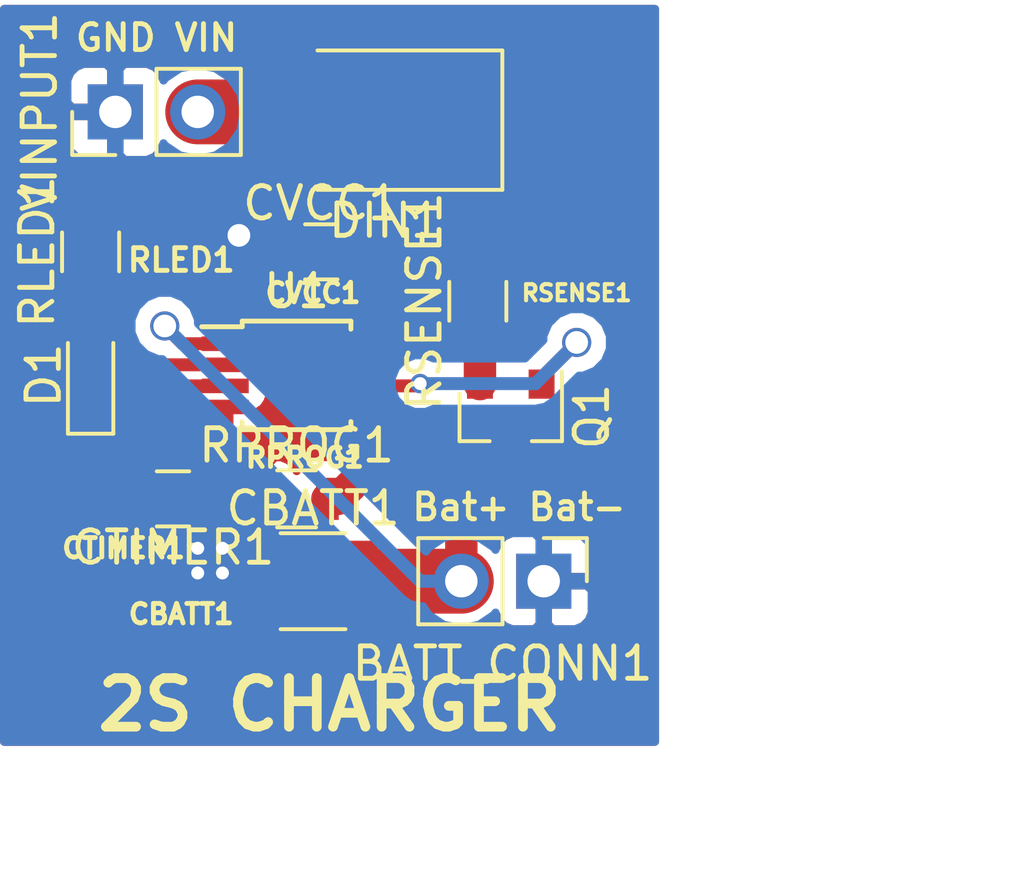
<source format=kicad_pcb>
(kicad_pcb (version 4) (host pcbnew 4.0.5)

  (general
    (links 21)
    (no_connects 0)
    (area 135.636 87.517714 171.045 116.365001)
    (thickness 1.6)
    (drawings 3)
    (tracks 74)
    (zones 0)
    (modules 12)
    (nets 11)
  )

  (page A4)
  (layers
    (0 F.Cu signal)
    (31 B.Cu signal)
    (32 B.Adhes user)
    (33 F.Adhes user)
    (34 B.Paste user)
    (35 F.Paste user)
    (36 B.SilkS user)
    (37 F.SilkS user)
    (38 B.Mask user)
    (39 F.Mask user)
    (40 Dwgs.User user)
    (41 Cmts.User user)
    (42 Eco1.User user)
    (43 Eco2.User user)
    (44 Edge.Cuts user)
    (45 Margin user)
    (46 B.CrtYd user)
    (47 F.CrtYd user)
    (48 B.Fab user)
    (49 F.Fab user)
  )

  (setup
    (last_trace_width 0.4)
    (user_trace_width 0.4)
    (user_trace_width 1)
    (user_trace_width 2)
    (trace_clearance 0.2)
    (zone_clearance 0.5)
    (zone_45_only no)
    (trace_min 0.2)
    (segment_width 0.2)
    (edge_width 0.15)
    (via_size 0.9)
    (via_drill 0.7)
    (via_min_size 0.4)
    (via_min_drill 0.3)
    (uvia_size 0.3)
    (uvia_drill 0.1)
    (uvias_allowed no)
    (uvia_min_size 0.2)
    (uvia_min_drill 0.1)
    (pcb_text_width 0.3)
    (pcb_text_size 1.5 1.5)
    (mod_edge_width 0.15)
    (mod_text_size 1 1)
    (mod_text_width 0.15)
    (pad_size 1.524 1.524)
    (pad_drill 0.762)
    (pad_to_mask_clearance 0.2)
    (aux_axis_origin 0 0)
    (visible_elements 7FFFFFFF)
    (pcbplotparams
      (layerselection 0x00030_80000001)
      (usegerberextensions false)
      (excludeedgelayer true)
      (linewidth 0.100000)
      (plotframeref false)
      (viasonmask false)
      (mode 1)
      (useauxorigin false)
      (hpglpennumber 1)
      (hpglpenspeed 20)
      (hpglpendiameter 15)
      (hpglpenoverlay 2)
      (psnegative false)
      (psa4output false)
      (plotreference true)
      (plotvalue true)
      (plotinvisibletext false)
      (padsonsilk false)
      (subtractmaskfromsilk false)
      (outputformat 1)
      (mirror false)
      (drillshape 1)
      (scaleselection 1)
      (outputdirectory ""))
  )

  (net 0 "")
  (net 1 GND)
  (net 2 /BATT+)
  (net 3 "Net-(CTIMER1-Pad2)")
  (net 4 "Net-(CVCC1-Pad2)")
  (net 5 "Net-(D1-Pad2)")
  (net 6 "Net-(D1-Pad1)")
  (net 7 "Net-(DIN1-Pad2)")
  (net 8 "Net-(Q1-Pad1)")
  (net 9 "Net-(Q1-Pad2)")
  (net 10 "Net-(RPROG1-Pad2)")

  (net_class Default "This is the default net class."
    (clearance 0.2)
    (trace_width 0.4)
    (via_dia 0.9)
    (via_drill 0.7)
    (uvia_dia 0.3)
    (uvia_drill 0.1)
    (add_net /BATT+)
    (add_net GND)
    (add_net "Net-(CTIMER1-Pad2)")
    (add_net "Net-(CVCC1-Pad2)")
    (add_net "Net-(D1-Pad1)")
    (add_net "Net-(D1-Pad2)")
    (add_net "Net-(DIN1-Pad2)")
    (add_net "Net-(Q1-Pad1)")
    (add_net "Net-(Q1-Pad2)")
    (add_net "Net-(RPROG1-Pad2)")
  )

  (module Socket_Strips:Socket_Strip_Straight_1x02_Pitch2.54mm (layer F.Cu) (tedit 5942DFDB) (tstamp 594247A3)
    (at 152.4 105.41 270)
    (descr "Through hole straight socket strip, 1x02, 2.54mm pitch, single row")
    (tags "Through hole socket strip THT 1x02 2.54mm single row")
    (path /594246E7)
    (fp_text reference BATT_CONN1 (at 2.54 1.27 360) (layer F.SilkS)
      (effects (font (size 1 1) (thickness 0.15)))
    )
    (fp_text value CONN_OUT (at 1.27 10.16 360) (layer F.Fab)
      (effects (font (size 1 1) (thickness 0.15)))
    )
    (fp_line (start -1.27 -1.27) (end -1.27 3.81) (layer F.Fab) (width 0.1))
    (fp_line (start -1.27 3.81) (end 1.27 3.81) (layer F.Fab) (width 0.1))
    (fp_line (start 1.27 3.81) (end 1.27 -1.27) (layer F.Fab) (width 0.1))
    (fp_line (start 1.27 -1.27) (end -1.27 -1.27) (layer F.Fab) (width 0.1))
    (fp_line (start -1.33 1.27) (end -1.33 3.87) (layer F.SilkS) (width 0.12))
    (fp_line (start -1.33 3.87) (end 1.33 3.87) (layer F.SilkS) (width 0.12))
    (fp_line (start 1.33 3.87) (end 1.33 1.27) (layer F.SilkS) (width 0.12))
    (fp_line (start 1.33 1.27) (end -1.33 1.27) (layer F.SilkS) (width 0.12))
    (fp_line (start -1.33 0) (end -1.33 -1.33) (layer F.SilkS) (width 0.12))
    (fp_line (start -1.33 -1.33) (end 0 -1.33) (layer F.SilkS) (width 0.12))
    (fp_line (start -1.8 -1.8) (end -1.8 4.35) (layer F.CrtYd) (width 0.05))
    (fp_line (start -1.8 4.35) (end 1.8 4.35) (layer F.CrtYd) (width 0.05))
    (fp_line (start 1.8 4.35) (end 1.8 -1.8) (layer F.CrtYd) (width 0.05))
    (fp_line (start 1.8 -1.8) (end -1.8 -1.8) (layer F.CrtYd) (width 0.05))
    (fp_text user "Bat+ Bat-" (at -2.286 0.762 360) (layer F.SilkS)
      (effects (font (size 0.8 0.8) (thickness 0.15)))
    )
    (pad 1 thru_hole rect (at 0 0 270) (size 1.7 1.7) (drill 1) (layers *.Cu *.Mask)
      (net 1 GND))
    (pad 2 thru_hole oval (at 0 2.54 270) (size 1.7 1.7) (drill 1) (layers *.Cu *.Mask)
      (net 2 /BATT+))
    (model ${KISYS3DMOD}/Socket_Strips.3dshapes/Socket_Strip_Straight_1x02_Pitch2.54mm.wrl
      (at (xyz 0 -0.05 0))
      (scale (xyz 1 1 1))
      (rotate (xyz 0 0 270))
    )
  )

  (module Capacitors_SMD:C_1210 (layer F.Cu) (tedit 5942DFD0) (tstamp 594247A9)
    (at 145.288 105.41)
    (descr "Capacitor SMD 1210, reflow soldering, AVX (see smccp.pdf)")
    (tags "capacitor 1210")
    (path /5942453B)
    (attr smd)
    (fp_text reference CBATT1 (at 0 -2.25) (layer F.SilkS)
      (effects (font (size 1 1) (thickness 0.15)))
    )
    (fp_text value 10U (at 0 2.5) (layer F.Fab)
      (effects (font (size 1 1) (thickness 0.15)))
    )
    (fp_text user %R (at -4.064 1.016) (layer F.SilkS)
      (effects (font (size 0.6 0.6) (thickness 0.15)))
    )
    (fp_line (start -1.6 1.25) (end -1.6 -1.25) (layer F.Fab) (width 0.1))
    (fp_line (start 1.6 1.25) (end -1.6 1.25) (layer F.Fab) (width 0.1))
    (fp_line (start 1.6 -1.25) (end 1.6 1.25) (layer F.Fab) (width 0.1))
    (fp_line (start -1.6 -1.25) (end 1.6 -1.25) (layer F.Fab) (width 0.1))
    (fp_line (start 1 -1.48) (end -1 -1.48) (layer F.SilkS) (width 0.12))
    (fp_line (start -1 1.48) (end 1 1.48) (layer F.SilkS) (width 0.12))
    (fp_line (start -2.25 -1.5) (end 2.25 -1.5) (layer F.CrtYd) (width 0.05))
    (fp_line (start -2.25 -1.5) (end -2.25 1.5) (layer F.CrtYd) (width 0.05))
    (fp_line (start 2.25 1.5) (end 2.25 -1.5) (layer F.CrtYd) (width 0.05))
    (fp_line (start 2.25 1.5) (end -2.25 1.5) (layer F.CrtYd) (width 0.05))
    (pad 1 smd rect (at -1.5 0) (size 1 2.5) (layers F.Cu F.Paste F.Mask)
      (net 1 GND))
    (pad 2 smd rect (at 1.5 0) (size 1 2.5) (layers F.Cu F.Paste F.Mask)
      (net 2 /BATT+))
    (model Capacitors_SMD.3dshapes/C_1210.wrl
      (at (xyz 0 0 0))
      (scale (xyz 1 1 1))
      (rotate (xyz 0 0 0))
    )
  )

  (module Capacitors_SMD:C_0805 (layer F.Cu) (tedit 5942DFD4) (tstamp 594247AF)
    (at 140.97 102.87 180)
    (descr "Capacitor SMD 0805, reflow soldering, AVX (see smccp.pdf)")
    (tags "capacitor 0805")
    (path /59424392)
    (attr smd)
    (fp_text reference CTIMER1 (at 0 -1.5 180) (layer F.SilkS)
      (effects (font (size 1 1) (thickness 0.15)))
    )
    (fp_text value 0.1UF (at 0 1.75 180) (layer F.Fab)
      (effects (font (size 1 1) (thickness 0.15)))
    )
    (fp_text user %R (at 1.524 -1.524 180) (layer F.SilkS)
      (effects (font (size 0.6 0.6) (thickness 0.15)))
    )
    (fp_line (start -1 0.62) (end -1 -0.62) (layer F.Fab) (width 0.1))
    (fp_line (start 1 0.62) (end -1 0.62) (layer F.Fab) (width 0.1))
    (fp_line (start 1 -0.62) (end 1 0.62) (layer F.Fab) (width 0.1))
    (fp_line (start -1 -0.62) (end 1 -0.62) (layer F.Fab) (width 0.1))
    (fp_line (start 0.5 -0.85) (end -0.5 -0.85) (layer F.SilkS) (width 0.12))
    (fp_line (start -0.5 0.85) (end 0.5 0.85) (layer F.SilkS) (width 0.12))
    (fp_line (start -1.75 -0.88) (end 1.75 -0.88) (layer F.CrtYd) (width 0.05))
    (fp_line (start -1.75 -0.88) (end -1.75 0.87) (layer F.CrtYd) (width 0.05))
    (fp_line (start 1.75 0.87) (end 1.75 -0.88) (layer F.CrtYd) (width 0.05))
    (fp_line (start 1.75 0.87) (end -1.75 0.87) (layer F.CrtYd) (width 0.05))
    (pad 1 smd rect (at -1 0 180) (size 1 1.25) (layers F.Cu F.Paste F.Mask)
      (net 1 GND))
    (pad 2 smd rect (at 1 0 180) (size 1 1.25) (layers F.Cu F.Paste F.Mask)
      (net 3 "Net-(CTIMER1-Pad2)"))
    (model Capacitors_SMD.3dshapes/C_0805.wrl
      (at (xyz 0 0 0))
      (scale (xyz 1 1 1))
      (rotate (xyz 0 0 0))
    )
  )

  (module Capacitors_SMD:C_0805 (layer F.Cu) (tedit 5942E060) (tstamp 594247B5)
    (at 145.542 95.25)
    (descr "Capacitor SMD 0805, reflow soldering, AVX (see smccp.pdf)")
    (tags "capacitor 0805")
    (path /594244CF)
    (attr smd)
    (fp_text reference CVCC1 (at 0 -1.5) (layer F.SilkS)
      (effects (font (size 1 1) (thickness 0.15)))
    )
    (fp_text value 1U (at 0 1.75) (layer F.Fab)
      (effects (font (size 1 1) (thickness 0.15)))
    )
    (fp_text user %R (at -0.254 1.27) (layer F.SilkS)
      (effects (font (size 0.6 0.6) (thickness 0.15)))
    )
    (fp_line (start -1 0.62) (end -1 -0.62) (layer F.Fab) (width 0.1))
    (fp_line (start 1 0.62) (end -1 0.62) (layer F.Fab) (width 0.1))
    (fp_line (start 1 -0.62) (end 1 0.62) (layer F.Fab) (width 0.1))
    (fp_line (start -1 -0.62) (end 1 -0.62) (layer F.Fab) (width 0.1))
    (fp_line (start 0.5 -0.85) (end -0.5 -0.85) (layer F.SilkS) (width 0.12))
    (fp_line (start -0.5 0.85) (end 0.5 0.85) (layer F.SilkS) (width 0.12))
    (fp_line (start -1.75 -0.88) (end 1.75 -0.88) (layer F.CrtYd) (width 0.05))
    (fp_line (start -1.75 -0.88) (end -1.75 0.87) (layer F.CrtYd) (width 0.05))
    (fp_line (start 1.75 0.87) (end 1.75 -0.88) (layer F.CrtYd) (width 0.05))
    (fp_line (start 1.75 0.87) (end -1.75 0.87) (layer F.CrtYd) (width 0.05))
    (pad 1 smd rect (at -1 0) (size 1 1.25) (layers F.Cu F.Paste F.Mask)
      (net 1 GND))
    (pad 2 smd rect (at 1 0) (size 1 1.25) (layers F.Cu F.Paste F.Mask)
      (net 4 "Net-(CVCC1-Pad2)"))
    (model Capacitors_SMD.3dshapes/C_0805.wrl
      (at (xyz 0 0 0))
      (scale (xyz 1 1 1))
      (rotate (xyz 0 0 0))
    )
  )

  (module LEDs:LED_0805 (layer F.Cu) (tedit 57FE93EC) (tstamp 594247BB)
    (at 138.43 99.06 90)
    (descr "LED 0805 smd package")
    (tags "LED led 0805 SMD smd SMT smt smdled SMDLED smtled SMTLED")
    (path /594242F1)
    (attr smd)
    (fp_text reference D1 (at 0 -1.45 90) (layer F.SilkS)
      (effects (font (size 1 1) (thickness 0.15)))
    )
    (fp_text value LED (at 0 1.55 90) (layer F.Fab)
      (effects (font (size 1 1) (thickness 0.15)))
    )
    (fp_line (start -1.8 -0.7) (end -1.8 0.7) (layer F.SilkS) (width 0.12))
    (fp_line (start -0.4 -0.4) (end -0.4 0.4) (layer F.Fab) (width 0.1))
    (fp_line (start -0.4 0) (end 0.2 -0.4) (layer F.Fab) (width 0.1))
    (fp_line (start 0.2 0.4) (end -0.4 0) (layer F.Fab) (width 0.1))
    (fp_line (start 0.2 -0.4) (end 0.2 0.4) (layer F.Fab) (width 0.1))
    (fp_line (start 1 0.6) (end -1 0.6) (layer F.Fab) (width 0.1))
    (fp_line (start 1 -0.6) (end 1 0.6) (layer F.Fab) (width 0.1))
    (fp_line (start -1 -0.6) (end 1 -0.6) (layer F.Fab) (width 0.1))
    (fp_line (start -1 0.6) (end -1 -0.6) (layer F.Fab) (width 0.1))
    (fp_line (start -1.8 0.7) (end 1 0.7) (layer F.SilkS) (width 0.12))
    (fp_line (start -1.8 -0.7) (end 1 -0.7) (layer F.SilkS) (width 0.12))
    (fp_line (start 1.95 -0.85) (end 1.95 0.85) (layer F.CrtYd) (width 0.05))
    (fp_line (start 1.95 0.85) (end -1.95 0.85) (layer F.CrtYd) (width 0.05))
    (fp_line (start -1.95 0.85) (end -1.95 -0.85) (layer F.CrtYd) (width 0.05))
    (fp_line (start -1.95 -0.85) (end 1.95 -0.85) (layer F.CrtYd) (width 0.05))
    (pad 2 smd rect (at 1.1 0 270) (size 1.2 1.2) (layers F.Cu F.Paste F.Mask)
      (net 5 "Net-(D1-Pad2)"))
    (pad 1 smd rect (at -1.1 0 270) (size 1.2 1.2) (layers F.Cu F.Paste F.Mask)
      (net 6 "Net-(D1-Pad1)"))
    (model LEDs.3dshapes/LED_0805.wrl
      (at (xyz 0 0 0))
      (scale (xyz 1 1 1))
      (rotate (xyz 0 0 180))
    )
  )

  (module Diodes_SMD:D_SMB_Standard (layer F.Cu) (tedit 59424B8D) (tstamp 594247C1)
    (at 147.574 91.186 180)
    (descr "Diode SMB Standard")
    (tags "Diode SMB Standard")
    (path /59424435)
    (attr smd)
    (fp_text reference DIN1 (at 0.05 -3.1 180) (layer F.SilkS)
      (effects (font (size 1 1) (thickness 0.15)))
    )
    (fp_text value D_Schottky (at -3.81 2.54 180) (layer F.Fab)
      (effects (font (size 1 1) (thickness 0.15)))
    )
    (fp_line (start -3.55 -2.15) (end -3.55 2.15) (layer F.SilkS) (width 0.12))
    (fp_line (start 2.3 2) (end -2.3 2) (layer F.Fab) (width 0.1))
    (fp_line (start -2.3 2) (end -2.3 -2) (layer F.Fab) (width 0.1))
    (fp_line (start 2.3 -2) (end 2.3 2) (layer F.Fab) (width 0.1))
    (fp_line (start 2.3 -2) (end -2.3 -2) (layer F.Fab) (width 0.1))
    (fp_line (start -3.65 -2.25) (end 3.65 -2.25) (layer F.CrtYd) (width 0.05))
    (fp_line (start 3.65 -2.25) (end 3.65 2.25) (layer F.CrtYd) (width 0.05))
    (fp_line (start 3.65 2.25) (end -3.65 2.25) (layer F.CrtYd) (width 0.05))
    (fp_line (start -3.65 2.25) (end -3.65 -2.25) (layer F.CrtYd) (width 0.05))
    (fp_line (start -0.64944 0.00102) (end -1.55114 0.00102) (layer F.Fab) (width 0.1))
    (fp_line (start 0.50118 0.00102) (end 1.4994 0.00102) (layer F.Fab) (width 0.1))
    (fp_line (start -0.64944 -0.79908) (end -0.64944 0.80112) (layer F.Fab) (width 0.1))
    (fp_line (start 0.50118 0.75032) (end 0.50118 -0.79908) (layer F.Fab) (width 0.1))
    (fp_line (start -0.64944 0.00102) (end 0.50118 0.75032) (layer F.Fab) (width 0.1))
    (fp_line (start -0.64944 0.00102) (end 0.50118 -0.79908) (layer F.Fab) (width 0.1))
    (fp_line (start -3.55 2.15) (end 2.15 2.15) (layer F.SilkS) (width 0.12))
    (fp_line (start -3.55 -2.15) (end 2.15 -2.15) (layer F.SilkS) (width 0.12))
    (pad 1 smd rect (at -2.15 0 180) (size 2.5 2.3) (layers F.Cu F.Paste F.Mask)
      (net 4 "Net-(CVCC1-Pad2)"))
    (pad 2 smd rect (at 2.15 0 180) (size 2.5 2.3) (layers F.Cu F.Paste F.Mask)
      (net 7 "Net-(DIN1-Pad2)"))
    (model Diodes_SMD.3dshapes/D_SMB_Standard.wrl
      (at (xyz 0 0 0))
      (scale (xyz 1 1 1))
      (rotate (xyz 0 0 0))
    )
  )

  (module TO_SOT_Packages_SMD:SOT-23 (layer F.Cu) (tedit 58CE4E7E) (tstamp 594247C8)
    (at 151.384 100.33 270)
    (descr "SOT-23, Standard")
    (tags SOT-23)
    (path /594243DC)
    (attr smd)
    (fp_text reference Q1 (at 0 -2.5 270) (layer F.SilkS)
      (effects (font (size 1 1) (thickness 0.15)))
    )
    (fp_text value Q_PMOS_GSD (at 0 2.5 270) (layer F.Fab)
      (effects (font (size 1 1) (thickness 0.15)))
    )
    (fp_text user %R (at 0 0 270) (layer F.Fab)
      (effects (font (size 0.5 0.5) (thickness 0.075)))
    )
    (fp_line (start -0.7 -0.95) (end -0.7 1.5) (layer F.Fab) (width 0.1))
    (fp_line (start -0.15 -1.52) (end 0.7 -1.52) (layer F.Fab) (width 0.1))
    (fp_line (start -0.7 -0.95) (end -0.15 -1.52) (layer F.Fab) (width 0.1))
    (fp_line (start 0.7 -1.52) (end 0.7 1.52) (layer F.Fab) (width 0.1))
    (fp_line (start -0.7 1.52) (end 0.7 1.52) (layer F.Fab) (width 0.1))
    (fp_line (start 0.76 1.58) (end 0.76 0.65) (layer F.SilkS) (width 0.12))
    (fp_line (start 0.76 -1.58) (end 0.76 -0.65) (layer F.SilkS) (width 0.12))
    (fp_line (start -1.7 -1.75) (end 1.7 -1.75) (layer F.CrtYd) (width 0.05))
    (fp_line (start 1.7 -1.75) (end 1.7 1.75) (layer F.CrtYd) (width 0.05))
    (fp_line (start 1.7 1.75) (end -1.7 1.75) (layer F.CrtYd) (width 0.05))
    (fp_line (start -1.7 1.75) (end -1.7 -1.75) (layer F.CrtYd) (width 0.05))
    (fp_line (start 0.76 -1.58) (end -1.4 -1.58) (layer F.SilkS) (width 0.12))
    (fp_line (start 0.76 1.58) (end -0.7 1.58) (layer F.SilkS) (width 0.12))
    (pad 1 smd rect (at -1 -0.95 270) (size 0.9 0.8) (layers F.Cu F.Paste F.Mask)
      (net 8 "Net-(Q1-Pad1)"))
    (pad 2 smd rect (at -1 0.95 270) (size 0.9 0.8) (layers F.Cu F.Paste F.Mask)
      (net 9 "Net-(Q1-Pad2)"))
    (pad 3 smd rect (at 1 0 270) (size 0.9 0.8) (layers F.Cu F.Paste F.Mask)
      (net 2 /BATT+))
    (model ${KISYS3DMOD}/TO_SOT_Packages_SMD.3dshapes/SOT-23.wrl
      (at (xyz 0 0 0))
      (scale (xyz 1 1 1))
      (rotate (xyz 0 0 90))
    )
  )

  (module Resistors_SMD:R_0805 (layer F.Cu) (tedit 5942E067) (tstamp 594247CE)
    (at 138.43 95.25 90)
    (descr "Resistor SMD 0805, reflow soldering, Vishay (see dcrcw.pdf)")
    (tags "resistor 0805")
    (path /5942435E)
    (attr smd)
    (fp_text reference RLED1 (at 0 -1.65 90) (layer F.SilkS)
      (effects (font (size 1 1) (thickness 0.15)))
    )
    (fp_text value 2K (at 0 1.75 90) (layer F.Fab)
      (effects (font (size 1 1) (thickness 0.15)))
    )
    (fp_text user %R (at -0.254 2.794 180) (layer F.SilkS)
      (effects (font (size 0.7 0.7) (thickness 0.15)))
    )
    (fp_line (start -1 0.62) (end -1 -0.62) (layer F.Fab) (width 0.1))
    (fp_line (start 1 0.62) (end -1 0.62) (layer F.Fab) (width 0.1))
    (fp_line (start 1 -0.62) (end 1 0.62) (layer F.Fab) (width 0.1))
    (fp_line (start -1 -0.62) (end 1 -0.62) (layer F.Fab) (width 0.1))
    (fp_line (start 0.6 0.88) (end -0.6 0.88) (layer F.SilkS) (width 0.12))
    (fp_line (start -0.6 -0.88) (end 0.6 -0.88) (layer F.SilkS) (width 0.12))
    (fp_line (start -1.55 -0.9) (end 1.55 -0.9) (layer F.CrtYd) (width 0.05))
    (fp_line (start -1.55 -0.9) (end -1.55 0.9) (layer F.CrtYd) (width 0.05))
    (fp_line (start 1.55 0.9) (end 1.55 -0.9) (layer F.CrtYd) (width 0.05))
    (fp_line (start 1.55 0.9) (end -1.55 0.9) (layer F.CrtYd) (width 0.05))
    (pad 1 smd rect (at -0.95 0 90) (size 0.7 1.3) (layers F.Cu F.Paste F.Mask)
      (net 5 "Net-(D1-Pad2)"))
    (pad 2 smd rect (at 0.95 0 90) (size 0.7 1.3) (layers F.Cu F.Paste F.Mask)
      (net 4 "Net-(CVCC1-Pad2)"))
    (model Resistors_SMD.3dshapes/R_0805.wrl
      (at (xyz 0 0 0))
      (scale (xyz 1 1 1))
      (rotate (xyz 0 0 0))
    )
  )

  (module Resistors_SMD:R_0805 (layer F.Cu) (tedit 5942DFE0) (tstamp 594247D4)
    (at 144.78 102.87)
    (descr "Resistor SMD 0805, reflow soldering, Vishay (see dcrcw.pdf)")
    (tags "resistor 0805")
    (path /59424480)
    (attr smd)
    (fp_text reference RPROG1 (at 0 -1.65) (layer F.SilkS)
      (effects (font (size 1 1) (thickness 0.15)))
    )
    (fp_text value 19.6K (at 0 1.75) (layer F.Fab)
      (effects (font (size 1 1) (thickness 0.15)))
    )
    (fp_text user %R (at 0.254 -1.27) (layer F.SilkS)
      (effects (font (size 0.6 0.6) (thickness 0.15)))
    )
    (fp_line (start -1 0.62) (end -1 -0.62) (layer F.Fab) (width 0.1))
    (fp_line (start 1 0.62) (end -1 0.62) (layer F.Fab) (width 0.1))
    (fp_line (start 1 -0.62) (end 1 0.62) (layer F.Fab) (width 0.1))
    (fp_line (start -1 -0.62) (end 1 -0.62) (layer F.Fab) (width 0.1))
    (fp_line (start 0.6 0.88) (end -0.6 0.88) (layer F.SilkS) (width 0.12))
    (fp_line (start -0.6 -0.88) (end 0.6 -0.88) (layer F.SilkS) (width 0.12))
    (fp_line (start -1.55 -0.9) (end 1.55 -0.9) (layer F.CrtYd) (width 0.05))
    (fp_line (start -1.55 -0.9) (end -1.55 0.9) (layer F.CrtYd) (width 0.05))
    (fp_line (start 1.55 0.9) (end 1.55 -0.9) (layer F.CrtYd) (width 0.05))
    (fp_line (start 1.55 0.9) (end -1.55 0.9) (layer F.CrtYd) (width 0.05))
    (pad 1 smd rect (at -0.95 0) (size 0.7 1.3) (layers F.Cu F.Paste F.Mask)
      (net 1 GND))
    (pad 2 smd rect (at 0.95 0) (size 0.7 1.3) (layers F.Cu F.Paste F.Mask)
      (net 10 "Net-(RPROG1-Pad2)"))
    (model Resistors_SMD.3dshapes/R_0805.wrl
      (at (xyz 0 0 0))
      (scale (xyz 1 1 1))
      (rotate (xyz 0 0 0))
    )
  )

  (module Resistors_SMD:R_0805 (layer F.Cu) (tedit 5942DFE9) (tstamp 594247DA)
    (at 150.368 96.774 90)
    (descr "Resistor SMD 0805, reflow soldering, Vishay (see dcrcw.pdf)")
    (tags "resistor 0805")
    (path /594245A5)
    (attr smd)
    (fp_text reference RSENSE1 (at 0 -1.65 90) (layer F.SilkS)
      (effects (font (size 1 1) (thickness 0.15)))
    )
    (fp_text value 0.2 (at 0 1.75 90) (layer F.Fab)
      (effects (font (size 1 1) (thickness 0.15)))
    )
    (fp_text user %R (at 0.254 3.048 180) (layer F.SilkS)
      (effects (font (size 0.5 0.5) (thickness 0.125)))
    )
    (fp_line (start -1 0.62) (end -1 -0.62) (layer F.Fab) (width 0.1))
    (fp_line (start 1 0.62) (end -1 0.62) (layer F.Fab) (width 0.1))
    (fp_line (start 1 -0.62) (end 1 0.62) (layer F.Fab) (width 0.1))
    (fp_line (start -1 -0.62) (end 1 -0.62) (layer F.Fab) (width 0.1))
    (fp_line (start 0.6 0.88) (end -0.6 0.88) (layer F.SilkS) (width 0.12))
    (fp_line (start -0.6 -0.88) (end 0.6 -0.88) (layer F.SilkS) (width 0.12))
    (fp_line (start -1.55 -0.9) (end 1.55 -0.9) (layer F.CrtYd) (width 0.05))
    (fp_line (start -1.55 -0.9) (end -1.55 0.9) (layer F.CrtYd) (width 0.05))
    (fp_line (start 1.55 0.9) (end 1.55 -0.9) (layer F.CrtYd) (width 0.05))
    (fp_line (start 1.55 0.9) (end -1.55 0.9) (layer F.CrtYd) (width 0.05))
    (pad 1 smd rect (at -0.95 0 90) (size 0.7 1.3) (layers F.Cu F.Paste F.Mask)
      (net 9 "Net-(Q1-Pad2)"))
    (pad 2 smd rect (at 0.95 0 90) (size 0.7 1.3) (layers F.Cu F.Paste F.Mask)
      (net 4 "Net-(CVCC1-Pad2)"))
    (model Resistors_SMD.3dshapes/R_0805.wrl
      (at (xyz 0 0 0))
      (scale (xyz 1 1 1))
      (rotate (xyz 0 0 0))
    )
  )

  (module Housings_SSOP:MSOP-8_3x3mm_Pitch0.65mm (layer F.Cu) (tedit 54130A77) (tstamp 594247E6)
    (at 144.78 99.06)
    (descr "8-Lead Plastic Micro Small Outline Package (MS) [MSOP] (see Microchip Packaging Specification 00000049BS.pdf)")
    (tags "SSOP 0.65")
    (path /59424259)
    (attr smd)
    (fp_text reference U1 (at 0 -2.6) (layer F.SilkS)
      (effects (font (size 1 1) (thickness 0.15)))
    )
    (fp_text value LTC-1731 (at 0 2.6) (layer F.Fab)
      (effects (font (size 1 1) (thickness 0.15)))
    )
    (fp_line (start -0.5 -1.5) (end 1.5 -1.5) (layer F.Fab) (width 0.15))
    (fp_line (start 1.5 -1.5) (end 1.5 1.5) (layer F.Fab) (width 0.15))
    (fp_line (start 1.5 1.5) (end -1.5 1.5) (layer F.Fab) (width 0.15))
    (fp_line (start -1.5 1.5) (end -1.5 -0.5) (layer F.Fab) (width 0.15))
    (fp_line (start -1.5 -0.5) (end -0.5 -1.5) (layer F.Fab) (width 0.15))
    (fp_line (start -3.2 -1.85) (end -3.2 1.85) (layer F.CrtYd) (width 0.05))
    (fp_line (start 3.2 -1.85) (end 3.2 1.85) (layer F.CrtYd) (width 0.05))
    (fp_line (start -3.2 -1.85) (end 3.2 -1.85) (layer F.CrtYd) (width 0.05))
    (fp_line (start -3.2 1.85) (end 3.2 1.85) (layer F.CrtYd) (width 0.05))
    (fp_line (start -1.675 -1.675) (end -1.675 -1.5) (layer F.SilkS) (width 0.15))
    (fp_line (start 1.675 -1.675) (end 1.675 -1.425) (layer F.SilkS) (width 0.15))
    (fp_line (start 1.675 1.675) (end 1.675 1.425) (layer F.SilkS) (width 0.15))
    (fp_line (start -1.675 1.675) (end -1.675 1.425) (layer F.SilkS) (width 0.15))
    (fp_line (start -1.675 -1.675) (end 1.675 -1.675) (layer F.SilkS) (width 0.15))
    (fp_line (start -1.675 1.675) (end 1.675 1.675) (layer F.SilkS) (width 0.15))
    (fp_line (start -1.675 -1.5) (end -2.925 -1.5) (layer F.SilkS) (width 0.15))
    (pad 1 smd rect (at -2.2 -0.975) (size 1.45 0.45) (layers F.Cu F.Paste F.Mask)
      (net 2 /BATT+))
    (pad 2 smd rect (at -2.2 -0.325) (size 1.45 0.45) (layers F.Cu F.Paste F.Mask)
      (net 6 "Net-(D1-Pad1)"))
    (pad 3 smd rect (at -2.2 0.325) (size 1.45 0.45) (layers F.Cu F.Paste F.Mask)
      (net 3 "Net-(CTIMER1-Pad2)"))
    (pad 4 smd rect (at -2.2 0.975) (size 1.45 0.45) (layers F.Cu F.Paste F.Mask)
      (net 1 GND))
    (pad 5 smd rect (at 2.2 0.975) (size 1.45 0.45) (layers F.Cu F.Paste F.Mask)
      (net 10 "Net-(RPROG1-Pad2)"))
    (pad 6 smd rect (at 2.2 0.325) (size 1.45 0.45) (layers F.Cu F.Paste F.Mask)
      (net 8 "Net-(Q1-Pad1)"))
    (pad 7 smd rect (at 2.2 -0.325) (size 1.45 0.45) (layers F.Cu F.Paste F.Mask)
      (net 4 "Net-(CVCC1-Pad2)"))
    (pad 8 smd rect (at 2.2 -0.975) (size 1.45 0.45) (layers F.Cu F.Paste F.Mask)
      (net 9 "Net-(Q1-Pad2)"))
    (model Housings_SSOP.3dshapes/MSOP-8_3x3mm_Pitch0.65mm.wrl
      (at (xyz 0 0 0))
      (scale (xyz 1 1 1))
      (rotate (xyz 0 0 0))
    )
  )

  (module Socket_Strips:Socket_Strip_Straight_1x02_Pitch2.54mm (layer F.Cu) (tedit 5942E06C) (tstamp 594247EC)
    (at 139.192 90.932 90)
    (descr "Through hole straight socket strip, 1x02, 2.54mm pitch, single row")
    (tags "Through hole socket strip THT 1x02 2.54mm single row")
    (path /594245FB)
    (fp_text reference VINPUT1 (at 0 -2.33 90) (layer F.SilkS)
      (effects (font (size 1 1) (thickness 0.15)))
    )
    (fp_text value CONN_IN (at 0 4.87 90) (layer F.Fab)
      (effects (font (size 1 1) (thickness 0.15)))
    )
    (fp_line (start -1.27 -1.27) (end -1.27 3.81) (layer F.Fab) (width 0.1))
    (fp_line (start -1.27 3.81) (end 1.27 3.81) (layer F.Fab) (width 0.1))
    (fp_line (start 1.27 3.81) (end 1.27 -1.27) (layer F.Fab) (width 0.1))
    (fp_line (start 1.27 -1.27) (end -1.27 -1.27) (layer F.Fab) (width 0.1))
    (fp_line (start -1.33 1.27) (end -1.33 3.87) (layer F.SilkS) (width 0.12))
    (fp_line (start -1.33 3.87) (end 1.33 3.87) (layer F.SilkS) (width 0.12))
    (fp_line (start 1.33 3.87) (end 1.33 1.27) (layer F.SilkS) (width 0.12))
    (fp_line (start 1.33 1.27) (end -1.33 1.27) (layer F.SilkS) (width 0.12))
    (fp_line (start -1.33 0) (end -1.33 -1.33) (layer F.SilkS) (width 0.12))
    (fp_line (start -1.33 -1.33) (end 0 -1.33) (layer F.SilkS) (width 0.12))
    (fp_line (start -1.8 -1.8) (end -1.8 4.35) (layer F.CrtYd) (width 0.05))
    (fp_line (start -1.8 4.35) (end 1.8 4.35) (layer F.CrtYd) (width 0.05))
    (fp_line (start 1.8 4.35) (end 1.8 -1.8) (layer F.CrtYd) (width 0.05))
    (fp_line (start 1.8 -1.8) (end -1.8 -1.8) (layer F.CrtYd) (width 0.05))
    (fp_text user "GND VIN" (at 2.286 1.27 180) (layer F.SilkS)
      (effects (font (size 0.8 0.8) (thickness 0.15)))
    )
    (pad 1 thru_hole rect (at 0 0 90) (size 1.7 1.7) (drill 1) (layers *.Cu *.Mask)
      (net 1 GND))
    (pad 2 thru_hole oval (at 0 2.54 90) (size 1.7 1.7) (drill 1) (layers *.Cu *.Mask)
      (net 7 "Net-(DIN1-Pad2)"))
    (model ${KISYS3DMOD}/Socket_Strips.3dshapes/Socket_Strip_Straight_1x02_Pitch2.54mm.wrl
      (at (xyz 0 -0.05 0))
      (scale (xyz 1 1 1))
      (rotate (xyz 0 0 270))
    )
  )

  (dimension 19.685 (width 0.3) (layer Dwgs.User)
    (gr_text "19.685 mm" (at 145.7325 115.015) (layer Dwgs.User)
      (effects (font (size 1.5 1.5) (thickness 0.3)))
    )
    (feature1 (pts (xy 155.575 111.76) (xy 155.575 116.365)))
    (feature2 (pts (xy 135.89 111.76) (xy 135.89 116.365)))
    (crossbar (pts (xy 135.89 113.665) (xy 155.575 113.665)))
    (arrow1a (pts (xy 155.575 113.665) (xy 154.448496 114.251421)))
    (arrow1b (pts (xy 155.575 113.665) (xy 154.448496 113.078579)))
    (arrow2a (pts (xy 135.89 113.665) (xy 137.016504 114.251421)))
    (arrow2b (pts (xy 135.89 113.665) (xy 137.016504 113.078579)))
  )
  (dimension 22.86 (width 0.3) (layer Dwgs.User)
    (gr_text "22.860 mm" (at 164.545 99.06 270) (layer Dwgs.User)
      (effects (font (size 1.5 1.5) (thickness 0.3)))
    )
    (feature1 (pts (xy 159.385 110.49) (xy 165.895 110.49)))
    (feature2 (pts (xy 159.385 87.63) (xy 165.895 87.63)))
    (crossbar (pts (xy 163.195 87.63) (xy 163.195 110.49)))
    (arrow1a (pts (xy 163.195 110.49) (xy 162.608579 109.363496)))
    (arrow1b (pts (xy 163.195 110.49) (xy 163.781421 109.363496)))
    (arrow2a (pts (xy 163.195 87.63) (xy 162.608579 88.756504)))
    (arrow2b (pts (xy 163.195 87.63) (xy 163.781421 88.756504)))
  )
  (gr_text "2S CHARGER" (at 145.796 109.22) (layer F.SilkS)
    (effects (font (size 1.5 1.5) (thickness 0.3)))
  )

  (via (at 143.002 94.742) (size 0.9) (drill 0.7) (layers F.Cu B.Cu) (net 1))
  (segment (start 144.542 95.25) (end 143.51 95.25) (width 0.4) (layer F.Cu) (net 1))
  (segment (start 143.51 95.25) (end 143.002 94.742) (width 0.4) (layer F.Cu) (net 1) (tstamp 59424B34))
  (segment (start 142.58 100.035) (end 142.281 100.035) (width 0.4) (layer F.Cu) (net 1))
  (segment (start 142.281 100.035) (end 141.97 100.346) (width 0.4) (layer F.Cu) (net 1) (tstamp 59424B6E))
  (segment (start 141.97 100.346) (end 141.97 102.87) (width 0.4) (layer F.Cu) (net 1) (tstamp 59424B71))
  (segment (start 143.788 105.41) (end 143.51 105.41) (width 0.4) (layer F.Cu) (net 1))
  (segment (start 143.51 105.41) (end 142.494 104.394) (width 0.4) (layer F.Cu) (net 1) (tstamp 59424B47))
  (via (at 142.494 105.156) (size 0.6) (drill 0.4) (layers F.Cu B.Cu) (net 1))
  (segment (start 141.732 105.156) (end 142.494 105.156) (width 0.4) (layer B.Cu) (net 1) (tstamp 59424B4F))
  (via (at 141.732 105.156) (size 0.6) (drill 0.4) (layers F.Cu B.Cu) (net 1))
  (segment (start 141.732 104.394) (end 141.732 105.156) (width 0.4) (layer F.Cu) (net 1) (tstamp 59424B4C))
  (via (at 141.732 104.394) (size 0.6) (drill 0.4) (layers F.Cu B.Cu) (net 1))
  (segment (start 142.494 104.394) (end 141.732 104.394) (width 0.4) (layer B.Cu) (net 1) (tstamp 59424B49))
  (via (at 142.494 104.394) (size 0.6) (drill 0.4) (layers F.Cu B.Cu) (net 1))
  (segment (start 143.788 105.41) (end 143.788 102.912) (width 0.4) (layer F.Cu) (net 1))
  (segment (start 143.788 102.912) (end 143.83 102.87) (width 0.4) (layer F.Cu) (net 1) (tstamp 59424B44))
  (segment (start 141.97 102.87) (end 143.83 102.87) (width 0.4) (layer F.Cu) (net 1))
  (segment (start 142.58 98.085) (end 141.265 98.085) (width 0.4) (layer F.Cu) (net 2))
  (segment (start 148.59 105.41) (end 149.86 105.41) (width 0.4) (layer B.Cu) (net 2) (tstamp 59424A5C))
  (segment (start 140.716 97.536) (end 148.59 105.41) (width 0.4) (layer B.Cu) (net 2) (tstamp 59424A5B))
  (via (at 140.716 97.536) (size 0.9) (drill 0.7) (layers F.Cu B.Cu) (net 2))
  (segment (start 141.265 98.085) (end 140.716 97.536) (width 0.4) (layer F.Cu) (net 2) (tstamp 59424A52))
  (segment (start 146.788 105.41) (end 149.86 105.41) (width 2) (layer F.Cu) (net 2))
  (segment (start 151.384 101.33) (end 151.384 101.6) (width 1) (layer F.Cu) (net 2))
  (segment (start 151.384 101.6) (end 149.86 103.124) (width 1) (layer F.Cu) (net 2) (tstamp 594249FA))
  (segment (start 149.86 103.124) (end 149.86 105.41) (width 1) (layer F.Cu) (net 2) (tstamp 594249FC))
  (segment (start 142.58 99.385) (end 141.407 99.385) (width 0.4) (layer F.Cu) (net 3))
  (segment (start 139.97 100.822) (end 139.97 102.87) (width 0.4) (layer F.Cu) (net 3) (tstamp 59424A12))
  (segment (start 141.407 99.385) (end 139.97 100.822) (width 0.4) (layer F.Cu) (net 3) (tstamp 59424A10))
  (segment (start 146.05 96.774) (end 142.748 96.774) (width 0.4) (layer F.Cu) (net 4))
  (segment (start 140.274 94.3) (end 138.43 94.3) (width 0.4) (layer F.Cu) (net 4) (tstamp 59424AC4))
  (segment (start 142.748 96.774) (end 140.274 94.3) (width 0.4) (layer F.Cu) (net 4) (tstamp 59424AC2))
  (segment (start 146.98 98.735) (end 145.359 98.735) (width 0.4) (layer F.Cu) (net 4))
  (segment (start 146.542 96.282) (end 146.542 95.25) (width 0.4) (layer F.Cu) (net 4) (tstamp 59424AA1))
  (segment (start 145.288 97.536) (end 146.05 96.774) (width 0.4) (layer F.Cu) (net 4) (tstamp 59424A9F))
  (segment (start 146.05 96.774) (end 146.542 96.282) (width 0.4) (layer F.Cu) (net 4) (tstamp 59424AC0))
  (segment (start 145.288 98.664) (end 145.288 97.536) (width 0.4) (layer F.Cu) (net 4) (tstamp 59424A9E))
  (segment (start 145.359 98.735) (end 145.288 98.664) (width 0.4) (layer F.Cu) (net 4) (tstamp 59424A96))
  (segment (start 146.542 95.25) (end 149.794 95.25) (width 0.4) (layer F.Cu) (net 4))
  (segment (start 149.794 95.25) (end 150.368 95.824) (width 0.4) (layer F.Cu) (net 4) (tstamp 59424A93))
  (segment (start 150.368 95.824) (end 150.368 94.996) (width 0.4) (layer F.Cu) (net 4))
  (segment (start 150.368 94.996) (end 150.495 94.996) (width 0.4) (layer F.Cu) (net 4) (tstamp 59424A90))
  (segment (start 150.368 94.996) (end 150.495 94.996) (width 0.4) (layer F.Cu) (net 4) (tstamp 594249D5))
  (segment (start 149.724 91.186) (end 149.724 92.066) (width 2) (layer F.Cu) (net 4))
  (segment (start 149.724 92.066) (end 150.622 92.964) (width 2) (layer F.Cu) (net 4) (tstamp 59424A87))
  (segment (start 150.622 92.964) (end 150.622 94.742) (width 2) (layer F.Cu) (net 4) (tstamp 59424A88))
  (segment (start 150.368 95.824) (end 150.368 94.996) (width 0.4) (layer F.Cu) (net 4))
  (segment (start 138.43 97.96) (end 138.43 96.2) (width 0.4) (layer F.Cu) (net 5))
  (segment (start 138.43 100.16) (end 139.362 100.16) (width 0.4) (layer F.Cu) (net 6))
  (segment (start 140.787 98.735) (end 142.58 98.735) (width 0.4) (layer F.Cu) (net 6) (tstamp 59424A17))
  (segment (start 139.362 100.16) (end 140.787 98.735) (width 0.4) (layer F.Cu) (net 6) (tstamp 59424A16))
  (segment (start 141.732 90.932) (end 145.17 90.932) (width 2) (layer F.Cu) (net 7))
  (segment (start 145.17 90.932) (end 145.424 91.186) (width 2) (layer F.Cu) (net 7) (tstamp 59424A84))
  (segment (start 152.334 99.33) (end 152.334 99.126) (width 0.4) (layer F.Cu) (net 8))
  (segment (start 152.334 99.126) (end 153.416 98.044) (width 0.4) (layer F.Cu) (net 8) (tstamp 594249E8))
  (via (at 153.416 98.044) (size 0.9) (drill 0.7) (layers F.Cu B.Cu) (net 8))
  (segment (start 153.416 98.044) (end 152.146 99.314) (width 0.4) (layer B.Cu) (net 8) (tstamp 594249EB))
  (segment (start 152.146 99.314) (end 148.59 99.314) (width 0.4) (layer B.Cu) (net 8) (tstamp 594249EC))
  (via (at 148.59 99.314) (size 0.6) (drill 0.4) (layers F.Cu B.Cu) (net 8))
  (segment (start 148.59 99.314) (end 148.519 99.385) (width 0.4) (layer F.Cu) (net 8) (tstamp 594249F0))
  (segment (start 148.519 99.385) (end 146.98 99.385) (width 0.4) (layer F.Cu) (net 8) (tstamp 594249F1))
  (segment (start 146.98 98.085) (end 150.434 98.085) (width 0.4) (layer F.Cu) (net 9))
  (segment (start 150.434 98.085) (end 150.393 98.044) (width 0.4) (layer F.Cu) (net 9) (tstamp 594249E2))
  (segment (start 150.393 98.044) (end 150.368 98.044) (width 0.4) (layer F.Cu) (net 9) (tstamp 594249E4))
  (segment (start 150.368 98.044) (end 150.368 97.724) (width 0.4) (layer F.Cu) (net 9) (tstamp 594249E5))
  (segment (start 150.434 99.33) (end 150.434 97.79) (width 1) (layer F.Cu) (net 9))
  (segment (start 150.434 97.79) (end 150.368 97.724) (width 1) (layer F.Cu) (net 9) (tstamp 594249DB))
  (segment (start 146.98 98.085) (end 147.345 98.085) (width 0.4) (layer F.Cu) (net 9))
  (segment (start 146.98 100.035) (end 147.533 100.035) (width 0.4) (layer F.Cu) (net 10))
  (segment (start 147.533 100.035) (end 147.574 100.076) (width 0.4) (layer F.Cu) (net 10) (tstamp 59424B78))
  (segment (start 147.574 100.076) (end 147.574 101.346) (width 0.4) (layer F.Cu) (net 10) (tstamp 59424B7A))
  (segment (start 145.73 102.87) (end 146.05 102.87) (width 1) (layer F.Cu) (net 10))
  (segment (start 146.05 102.87) (end 147.574 101.346) (width 1) (layer F.Cu) (net 10) (tstamp 59424A03))

  (zone (net 1) (net_name GND) (layer F.Cu) (tstamp 59424ADF) (hatch edge 0.508)
    (connect_pads (clearance 0.5))
    (min_thickness 0.254)
    (fill yes (arc_segments 16) (thermal_gap 0.508) (thermal_bridge_width 0.508))
    (polygon
      (pts
        (xy 135.636 88.9) (xy 135.636 87.63) (xy 155.956 87.63) (xy 155.956 110.49) (xy 135.636 110.49)
      )
    )
    (filled_polygon
      (pts
        (xy 155.829 110.363) (xy 135.763 110.363) (xy 135.763 105.69575) (xy 142.653 105.69575) (xy 142.653 106.78631)
        (xy 142.749673 107.019699) (xy 142.928302 107.198327) (xy 143.161691 107.295) (xy 143.50225 107.295) (xy 143.661 107.13625)
        (xy 143.661 105.537) (xy 143.915 105.537) (xy 143.915 107.13625) (xy 144.07375 107.295) (xy 144.414309 107.295)
        (xy 144.647698 107.198327) (xy 144.826327 107.019699) (xy 144.923 106.78631) (xy 144.923 105.69575) (xy 144.76425 105.537)
        (xy 143.915 105.537) (xy 143.661 105.537) (xy 142.81175 105.537) (xy 142.653 105.69575) (xy 135.763 105.69575)
        (xy 135.763 93.95) (xy 137.140717 93.95) (xy 137.140717 94.65) (xy 137.184437 94.882352) (xy 137.321757 95.095753)
        (xy 137.531283 95.238917) (xy 137.578892 95.248558) (xy 137.547648 95.254437) (xy 137.334247 95.391757) (xy 137.191083 95.601283)
        (xy 137.140717 95.85) (xy 137.140717 96.55) (xy 137.184437 96.782352) (xy 137.320915 96.994445) (xy 137.241083 97.111283)
        (xy 137.190717 97.36) (xy 137.190717 98.56) (xy 137.234437 98.792352) (xy 137.371757 99.005753) (xy 137.450174 99.059334)
        (xy 137.384247 99.101757) (xy 137.241083 99.311283) (xy 137.190717 99.56) (xy 137.190717 100.76) (xy 137.234437 100.992352)
        (xy 137.371757 101.205753) (xy 137.581283 101.348917) (xy 137.83 101.399283) (xy 139.03 101.399283) (xy 139.143 101.378021)
        (xy 139.143 101.710341) (xy 139.024247 101.786757) (xy 138.881083 101.996283) (xy 138.830717 102.245) (xy 138.830717 103.495)
        (xy 138.874437 103.727352) (xy 139.011757 103.940753) (xy 139.221283 104.083917) (xy 139.47 104.134283) (xy 140.47 104.134283)
        (xy 140.702352 104.090563) (xy 140.915753 103.953243) (xy 140.962216 103.885242) (xy 141.110302 104.033327) (xy 141.343691 104.13)
        (xy 141.68425 104.13) (xy 141.843 103.97125) (xy 141.843 102.997) (xy 142.097 102.997) (xy 142.097 103.97125)
        (xy 142.25575 104.13) (xy 142.596309 104.13) (xy 142.653 104.106518) (xy 142.653 105.12425) (xy 142.81175 105.283)
        (xy 143.661 105.283) (xy 143.661 104.03825) (xy 143.703 103.99625) (xy 143.703 102.997) (xy 143.00375 102.997)
        (xy 142.975 103.02575) (xy 142.94625 102.997) (xy 142.097 102.997) (xy 141.843 102.997) (xy 141.823 102.997)
        (xy 141.823 102.743) (xy 141.843 102.743) (xy 141.843 101.76875) (xy 142.097 101.76875) (xy 142.097 102.743)
        (xy 142.94625 102.743) (xy 142.975 102.71425) (xy 143.00375 102.743) (xy 143.703 102.743) (xy 143.703 101.74375)
        (xy 143.54425 101.585) (xy 143.353691 101.585) (xy 143.120302 101.681673) (xy 142.9625 101.839474) (xy 142.829698 101.706673)
        (xy 142.596309 101.61) (xy 142.25575 101.61) (xy 142.097 101.76875) (xy 141.843 101.76875) (xy 141.68425 101.61)
        (xy 141.343691 101.61) (xy 141.110302 101.706673) (xy 140.963279 101.853695) (xy 140.928243 101.799247) (xy 140.797 101.709572)
        (xy 140.797 101.164554) (xy 141.329264 100.63229) (xy 141.495302 100.798327) (xy 141.728691 100.895) (xy 142.29425 100.895)
        (xy 142.453 100.73625) (xy 142.453 100.249283) (xy 142.707 100.249283) (xy 142.707 100.73625) (xy 142.86575 100.895)
        (xy 143.431309 100.895) (xy 143.664698 100.798327) (xy 143.843327 100.619699) (xy 143.94 100.38631) (xy 143.94 100.30625)
        (xy 143.78125 100.1475) (xy 143.627584 100.1475) (xy 143.750753 100.068243) (xy 143.893917 99.858717) (xy 143.90633 99.79742)
        (xy 143.94 99.76375) (xy 143.94 99.68369) (xy 143.932854 99.666438) (xy 143.944283 99.61) (xy 143.944283 99.16)
        (xy 143.924776 99.056329) (xy 143.944283 98.96) (xy 143.944283 98.51) (xy 143.924776 98.406329) (xy 143.944283 98.31)
        (xy 143.944283 97.86) (xy 143.900563 97.627648) (xy 143.883415 97.601) (xy 144.461 97.601) (xy 144.461 98.664)
        (xy 144.523952 98.980479) (xy 144.703223 99.248777) (xy 144.774223 99.319777) (xy 145.042521 99.499048) (xy 145.359 99.562)
        (xy 145.615717 99.562) (xy 145.615717 99.61) (xy 145.635224 99.713671) (xy 145.615717 99.81) (xy 145.615717 100.26)
        (xy 145.659437 100.492352) (xy 145.796757 100.705753) (xy 146.006283 100.848917) (xy 146.255 100.899283) (xy 146.426898 100.899283)
        (xy 145.745465 101.580717) (xy 145.38 101.580717) (xy 145.147648 101.624437) (xy 144.934247 101.761757) (xy 144.791083 101.971283)
        (xy 144.782288 102.014716) (xy 144.718327 101.860301) (xy 144.539698 101.681673) (xy 144.306309 101.585) (xy 144.11575 101.585)
        (xy 143.957 101.74375) (xy 143.957 102.743) (xy 143.977 102.743) (xy 143.977 102.997) (xy 143.957 102.997)
        (xy 143.957 103.64175) (xy 143.915 103.68375) (xy 143.915 105.283) (xy 144.76425 105.283) (xy 144.923 105.12425)
        (xy 144.923 104.03369) (xy 144.846265 103.848435) (xy 144.921757 103.965753) (xy 145.131283 104.108917) (xy 145.38 104.159283)
        (xy 145.648862 104.159283) (xy 145.648717 104.16) (xy 145.648717 104.252067) (xy 145.637537 104.259537) (xy 145.284848 104.787374)
        (xy 145.161 105.41) (xy 145.284848 106.032626) (xy 145.637537 106.560463) (xy 145.648717 106.567933) (xy 145.648717 106.66)
        (xy 145.692437 106.892352) (xy 145.829757 107.105753) (xy 146.039283 107.248917) (xy 146.288 107.299283) (xy 147.288 107.299283)
        (xy 147.520352 107.255563) (xy 147.733753 107.118243) (xy 147.789264 107.037) (xy 149.86 107.037) (xy 150.482626 106.913152)
        (xy 150.992193 106.57267) (xy 151.011673 106.619698) (xy 151.190301 106.798327) (xy 151.42369 106.895) (xy 152.11425 106.895)
        (xy 152.273 106.73625) (xy 152.273 105.537) (xy 152.527 105.537) (xy 152.527 106.73625) (xy 152.68575 106.895)
        (xy 153.37631 106.895) (xy 153.609699 106.798327) (xy 153.788327 106.619698) (xy 153.885 106.386309) (xy 153.885 105.69575)
        (xy 153.72625 105.537) (xy 152.527 105.537) (xy 152.273 105.537) (xy 152.253 105.537) (xy 152.253 105.283)
        (xy 152.273 105.283) (xy 152.273 104.08375) (xy 152.527 104.08375) (xy 152.527 105.283) (xy 153.72625 105.283)
        (xy 153.885 105.12425) (xy 153.885 104.433691) (xy 153.788327 104.200302) (xy 153.609699 104.021673) (xy 153.37631 103.925)
        (xy 152.68575 103.925) (xy 152.527 104.08375) (xy 152.273 104.08375) (xy 152.11425 103.925) (xy 151.42369 103.925)
        (xy 151.190301 104.021673) (xy 151.011673 104.200302) (xy 150.992193 104.24733) (xy 150.987 104.24386) (xy 150.987 103.590818)
        (xy 152.180909 102.39691) (xy 152.425212 102.031285) (xy 152.45425 101.885301) (xy 152.511 101.6) (xy 152.511 101.33)
        (xy 152.425212 100.898716) (xy 152.423283 100.895829) (xy 152.423283 100.88) (xy 152.379563 100.647648) (xy 152.242243 100.434247)
        (xy 152.220343 100.419283) (xy 152.734 100.419283) (xy 152.966352 100.375563) (xy 153.179753 100.238243) (xy 153.322917 100.028717)
        (xy 153.373283 99.78) (xy 153.373283 99.256271) (xy 153.508472 99.121082) (xy 153.629289 99.121187) (xy 154.025275 98.957569)
        (xy 154.328504 98.654868) (xy 154.492813 98.259168) (xy 154.493187 97.830711) (xy 154.329569 97.434725) (xy 154.026868 97.131496)
        (xy 153.631168 96.967187) (xy 153.202711 96.966813) (xy 152.806725 97.130431) (xy 152.503496 97.433132) (xy 152.339187 97.828832)
        (xy 152.33908 97.951366) (xy 152.049729 98.240717) (xy 151.934 98.240717) (xy 151.701648 98.284437) (xy 151.579263 98.36319)
        (xy 151.606917 98.322717) (xy 151.657283 98.074) (xy 151.657283 97.374) (xy 151.613563 97.141648) (xy 151.476243 96.928247)
        (xy 151.266717 96.785083) (xy 151.219108 96.775442) (xy 151.250352 96.769563) (xy 151.463753 96.632243) (xy 151.606917 96.422717)
        (xy 151.657283 96.174) (xy 151.657283 95.969424) (xy 151.772463 95.892463) (xy 152.125152 95.364626) (xy 152.249 94.742)
        (xy 152.249 92.964005) (xy 152.249001 92.964) (xy 152.125152 92.341374) (xy 151.772463 91.813537) (xy 151.613283 91.654357)
        (xy 151.613283 90.036) (xy 151.569563 89.803648) (xy 151.432243 89.590247) (xy 151.222717 89.447083) (xy 150.974 89.396717)
        (xy 148.474 89.396717) (xy 148.241648 89.440437) (xy 148.028247 89.577757) (xy 147.885083 89.787283) (xy 147.834717 90.036)
        (xy 147.834717 92.336) (xy 147.878437 92.568352) (xy 148.015757 92.781753) (xy 148.225283 92.924917) (xy 148.402744 92.960854)
        (xy 148.573537 93.216463) (xy 148.995 93.637926) (xy 148.995 94.423) (xy 147.643274 94.423) (xy 147.637563 94.392648)
        (xy 147.500243 94.179247) (xy 147.290717 94.036083) (xy 147.042 93.985717) (xy 146.042 93.985717) (xy 145.809648 94.029437)
        (xy 145.596247 94.166757) (xy 145.549784 94.234758) (xy 145.401698 94.086673) (xy 145.168309 93.99) (xy 144.82775 93.99)
        (xy 144.669 94.14875) (xy 144.669 95.123) (xy 144.689 95.123) (xy 144.689 95.377) (xy 144.669 95.377)
        (xy 144.669 95.397) (xy 144.415 95.397) (xy 144.415 95.377) (xy 143.56575 95.377) (xy 143.407 95.53575)
        (xy 143.407 95.947) (xy 143.090555 95.947) (xy 141.642245 94.49869) (xy 143.407 94.49869) (xy 143.407 94.96425)
        (xy 143.56575 95.123) (xy 144.415 95.123) (xy 144.415 94.14875) (xy 144.25625 93.99) (xy 143.915691 93.99)
        (xy 143.682302 94.086673) (xy 143.503673 94.265301) (xy 143.407 94.49869) (xy 141.642245 94.49869) (xy 140.858777 93.715223)
        (xy 140.590479 93.535952) (xy 140.274 93.473) (xy 139.492512 93.473) (xy 139.328717 93.361083) (xy 139.08 93.310717)
        (xy 137.78 93.310717) (xy 137.547648 93.354437) (xy 137.334247 93.491757) (xy 137.191083 93.701283) (xy 137.140717 93.95)
        (xy 135.763 93.95) (xy 135.763 91.21775) (xy 137.707 91.21775) (xy 137.707 91.908309) (xy 137.803673 92.141698)
        (xy 137.982301 92.320327) (xy 138.21569 92.417) (xy 138.90625 92.417) (xy 139.065 92.25825) (xy 139.065 91.059)
        (xy 137.86575 91.059) (xy 137.707 91.21775) (xy 135.763 91.21775) (xy 135.763 89.955691) (xy 137.707 89.955691)
        (xy 137.707 90.64625) (xy 137.86575 90.805) (xy 139.065 90.805) (xy 139.065 89.60575) (xy 139.319 89.60575)
        (xy 139.319 90.805) (xy 139.339 90.805) (xy 139.339 91.059) (xy 139.319 91.059) (xy 139.319 92.25825)
        (xy 139.47775 92.417) (xy 140.16831 92.417) (xy 140.401699 92.320327) (xy 140.580327 92.141698) (xy 140.599807 92.09467)
        (xy 141.109374 92.435152) (xy 141.732 92.559) (xy 143.576677 92.559) (xy 143.578437 92.568352) (xy 143.715757 92.781753)
        (xy 143.925283 92.924917) (xy 144.174 92.975283) (xy 146.674 92.975283) (xy 146.906352 92.931563) (xy 147.119753 92.794243)
        (xy 147.262917 92.584717) (xy 147.313283 92.336) (xy 147.313283 90.036) (xy 147.269563 89.803648) (xy 147.132243 89.590247)
        (xy 146.922717 89.447083) (xy 146.674 89.396717) (xy 145.631093 89.396717) (xy 145.17 89.305) (xy 141.732 89.305)
        (xy 141.109374 89.428848) (xy 140.599807 89.76933) (xy 140.580327 89.722302) (xy 140.401699 89.543673) (xy 140.16831 89.447)
        (xy 139.47775 89.447) (xy 139.319 89.60575) (xy 139.065 89.60575) (xy 138.90625 89.447) (xy 138.21569 89.447)
        (xy 137.982301 89.543673) (xy 137.803673 89.722302) (xy 137.707 89.955691) (xy 135.763 89.955691) (xy 135.763 87.757)
        (xy 155.829 87.757)
      )
    )
  )
  (zone (net 1) (net_name GND) (layer B.Cu) (tstamp 59424D26) (hatch edge 0.508)
    (connect_pads (clearance 0.45))
    (min_thickness 0.254)
    (fill yes (arc_segments 16) (thermal_gap 0.508) (thermal_bridge_width 0.508))
    (polygon
      (pts
        (xy 155.956 87.63) (xy 155.956 110.49) (xy 135.636 110.49) (xy 135.636 87.63)
      )
    )
    (filled_polygon
      (pts
        (xy 155.829 110.363) (xy 135.763 110.363) (xy 135.763 97.739387) (xy 139.688822 97.739387) (xy 139.844844 98.116989)
        (xy 140.133492 98.40614) (xy 140.510821 98.562821) (xy 140.644093 98.562937) (xy 148.040578 105.959422) (xy 148.292655 106.127854)
        (xy 148.59 106.187) (xy 148.677234 106.187) (xy 148.850959 106.446998) (xy 149.313911 106.756333) (xy 149.86 106.864957)
        (xy 150.406089 106.756333) (xy 150.869041 106.446998) (xy 150.915 106.378216) (xy 150.915 106.386309) (xy 151.011673 106.619698)
        (xy 151.190301 106.798327) (xy 151.42369 106.895) (xy 152.11425 106.895) (xy 152.273 106.73625) (xy 152.273 105.537)
        (xy 152.527 105.537) (xy 152.527 106.73625) (xy 152.68575 106.895) (xy 153.37631 106.895) (xy 153.609699 106.798327)
        (xy 153.788327 106.619698) (xy 153.885 106.386309) (xy 153.885 105.69575) (xy 153.72625 105.537) (xy 152.527 105.537)
        (xy 152.273 105.537) (xy 152.253 105.537) (xy 152.253 105.283) (xy 152.273 105.283) (xy 152.273 104.08375)
        (xy 152.527 104.08375) (xy 152.527 105.283) (xy 153.72625 105.283) (xy 153.885 105.12425) (xy 153.885 104.433691)
        (xy 153.788327 104.200302) (xy 153.609699 104.021673) (xy 153.37631 103.925) (xy 152.68575 103.925) (xy 152.527 104.08375)
        (xy 152.273 104.08375) (xy 152.11425 103.925) (xy 151.42369 103.925) (xy 151.190301 104.021673) (xy 151.011673 104.200302)
        (xy 150.915 104.433691) (xy 150.915 104.441784) (xy 150.869041 104.373002) (xy 150.406089 104.063667) (xy 149.86 103.955043)
        (xy 149.313911 104.063667) (xy 148.850959 104.373002) (xy 148.771205 104.492361) (xy 143.766525 99.487681) (xy 147.712849 99.487681)
        (xy 147.846082 99.810131) (xy 148.092571 100.057051) (xy 148.414789 100.190847) (xy 148.763681 100.191151) (xy 149.006066 100.091)
        (xy 152.146 100.091) (xy 152.443345 100.031854) (xy 152.695422 99.863422) (xy 153.487781 99.071063) (xy 153.619387 99.071178)
        (xy 153.996989 98.915156) (xy 154.28614 98.626508) (xy 154.442821 98.249179) (xy 154.443178 97.840613) (xy 154.287156 97.463011)
        (xy 153.998508 97.17386) (xy 153.621179 97.017179) (xy 153.212613 97.016822) (xy 152.835011 97.172844) (xy 152.54586 97.461492)
        (xy 152.389179 97.838821) (xy 152.389063 97.972093) (xy 151.824156 98.537) (xy 149.00567 98.537) (xy 148.765211 98.437153)
        (xy 148.416319 98.436849) (xy 148.093869 98.570082) (xy 147.846949 98.816571) (xy 147.713153 99.138789) (xy 147.712849 99.487681)
        (xy 143.766525 99.487681) (xy 141.743063 97.464219) (xy 141.743178 97.332613) (xy 141.587156 96.955011) (xy 141.298508 96.66586)
        (xy 140.921179 96.509179) (xy 140.512613 96.508822) (xy 140.135011 96.664844) (xy 139.84586 96.953492) (xy 139.689179 97.330821)
        (xy 139.688822 97.739387) (xy 135.763 97.739387) (xy 135.763 91.21775) (xy 137.707 91.21775) (xy 137.707 91.908309)
        (xy 137.803673 92.141698) (xy 137.982301 92.320327) (xy 138.21569 92.417) (xy 138.90625 92.417) (xy 139.065 92.25825)
        (xy 139.065 91.059) (xy 137.86575 91.059) (xy 137.707 91.21775) (xy 135.763 91.21775) (xy 135.763 89.955691)
        (xy 137.707 89.955691) (xy 137.707 90.64625) (xy 137.86575 90.805) (xy 139.065 90.805) (xy 139.065 89.60575)
        (xy 139.319 89.60575) (xy 139.319 90.805) (xy 139.339 90.805) (xy 139.339 91.059) (xy 139.319 91.059)
        (xy 139.319 92.25825) (xy 139.47775 92.417) (xy 140.16831 92.417) (xy 140.401699 92.320327) (xy 140.580327 92.141698)
        (xy 140.677 91.908309) (xy 140.677 91.900216) (xy 140.722959 91.968998) (xy 141.185911 92.278333) (xy 141.732 92.386957)
        (xy 142.278089 92.278333) (xy 142.741041 91.968998) (xy 143.050376 91.506046) (xy 143.159 90.959957) (xy 143.159 90.904043)
        (xy 143.050376 90.357954) (xy 142.741041 89.895002) (xy 142.278089 89.585667) (xy 141.732 89.477043) (xy 141.185911 89.585667)
        (xy 140.722959 89.895002) (xy 140.677 89.963784) (xy 140.677 89.955691) (xy 140.580327 89.722302) (xy 140.401699 89.543673)
        (xy 140.16831 89.447) (xy 139.47775 89.447) (xy 139.319 89.60575) (xy 139.065 89.60575) (xy 138.90625 89.447)
        (xy 138.21569 89.447) (xy 137.982301 89.543673) (xy 137.803673 89.722302) (xy 137.707 89.955691) (xy 135.763 89.955691)
        (xy 135.763 87.757) (xy 155.829 87.757)
      )
    )
  )
)

</source>
